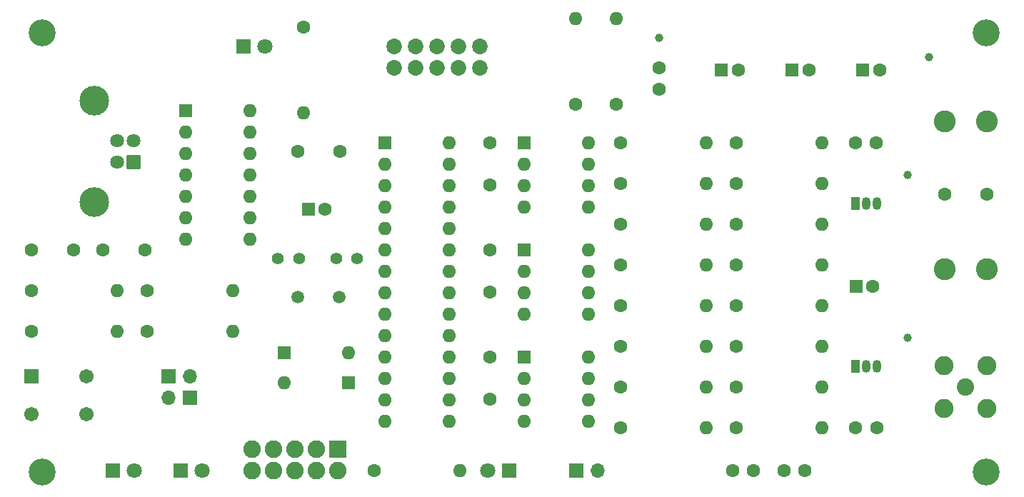
<source format=gbr>
%TF.GenerationSoftware,KiCad,Pcbnew,7.0.10*%
%TF.CreationDate,2026-01-22T15:53:04+01:00*%
%TF.ProjectId,rtty-transmitter,72747479-2d74-4726-916e-736d69747465,rev?*%
%TF.SameCoordinates,Original*%
%TF.FileFunction,Soldermask,Bot*%
%TF.FilePolarity,Negative*%
%FSLAX46Y46*%
G04 Gerber Fmt 4.6, Leading zero omitted, Abs format (unit mm)*
G04 Created by KiCad (PCBNEW 7.0.10) date 2026-01-22 15:53:04*
%MOMM*%
%LPD*%
G01*
G04 APERTURE LIST*
G04 Aperture macros list*
%AMRoundRect*
0 Rectangle with rounded corners*
0 $1 Rounding radius*
0 $2 $3 $4 $5 $6 $7 $8 $9 X,Y pos of 4 corners*
0 Add a 4 corners polygon primitive as box body*
4,1,4,$2,$3,$4,$5,$6,$7,$8,$9,$2,$3,0*
0 Add four circle primitives for the rounded corners*
1,1,$1+$1,$2,$3*
1,1,$1+$1,$4,$5*
1,1,$1+$1,$6,$7*
1,1,$1+$1,$8,$9*
0 Add four rect primitives between the rounded corners*
20,1,$1+$1,$2,$3,$4,$5,0*
20,1,$1+$1,$4,$5,$6,$7,0*
20,1,$1+$1,$6,$7,$8,$9,0*
20,1,$1+$1,$8,$9,$2,$3,0*%
G04 Aperture macros list end*
%ADD10C,1.600000*%
%ADD11O,1.600000X1.600000*%
%ADD12C,1.400000*%
%ADD13R,1.600000X1.600000*%
%ADD14C,3.200000*%
%ADD15C,2.050000*%
%ADD16C,2.250000*%
%ADD17R,1.700000X1.700000*%
%ADD18O,1.700000X1.700000*%
%ADD19C,1.000000*%
%ADD20R,1.050000X1.500000*%
%ADD21O,1.050000X1.500000*%
%ADD22RoundRect,0.102000X-0.714000X0.714000X-0.714000X-0.714000X0.714000X-0.714000X0.714000X0.714000X0*%
%ADD23C,1.632000*%
%ADD24C,3.520000*%
%ADD25RoundRect,0.102000X-0.939800X0.939800X-0.939800X-0.939800X0.939800X-0.939800X0.939800X0.939800X0*%
%ADD26C,2.083600*%
%ADD27R,1.800000X1.800000*%
%ADD28C,1.800000*%
%ADD29RoundRect,0.102000X-0.754000X-0.754000X0.754000X-0.754000X0.754000X0.754000X-0.754000X0.754000X0*%
%ADD30C,1.712000*%
%ADD31C,2.600000*%
%ADD32C,1.854000*%
%ADD33C,1.500000*%
G04 APERTURE END LIST*
D10*
%TO.C,R15*%
X67310000Y-12446000D03*
D11*
X67310000Y-2286000D03*
%TD*%
D12*
%TO.C,C5*%
X32004000Y-30734000D03*
X34504000Y-30734000D03*
%TD*%
D10*
%TO.C,R20*%
X72644000Y-45974000D03*
D11*
X82804000Y-45974000D03*
%TD*%
D10*
%TO.C,C15*%
X85892000Y-55880000D03*
X88392000Y-55880000D03*
%TD*%
D13*
%TO.C,C7*%
X100544600Y-34036000D03*
D10*
X102544600Y-34036000D03*
%TD*%
D13*
%TO.C,D6*%
X40386000Y-45466000D03*
D11*
X32766000Y-45466000D03*
%TD*%
D10*
%TO.C,R9*%
X86360000Y-41148000D03*
D11*
X96520000Y-41148000D03*
%TD*%
D14*
%TO.C,MH4*%
X116000000Y-56000000D03*
%TD*%
D10*
%TO.C,R16*%
X72136000Y-12446000D03*
D11*
X72136000Y-2286000D03*
%TD*%
D13*
%TO.C,C17*%
X101346000Y-8382000D03*
D10*
X103346000Y-8382000D03*
%TD*%
%TO.C,C1*%
X2794000Y-29718000D03*
X7794000Y-29718000D03*
%TD*%
%TO.C,R13*%
X72644000Y-21844000D03*
D11*
X82804000Y-21844000D03*
%TD*%
D10*
%TO.C,C10*%
X116038000Y-23114000D03*
X111038000Y-23114000D03*
%TD*%
D15*
%TO.C,J7*%
X113538000Y-45974000D03*
D16*
X110998000Y-43434000D03*
X110998000Y-48514000D03*
X116078000Y-43434000D03*
X116078000Y-48514000D03*
%TD*%
D10*
%TO.C,R3*%
X16510000Y-34544000D03*
D11*
X26670000Y-34544000D03*
%TD*%
D14*
%TO.C,MH1*%
X4000000Y-4000000D03*
%TD*%
D17*
%TO.C,J6*%
X67330000Y-55880000D03*
D18*
X69870000Y-55880000D03*
%TD*%
D19*
%TO.C,TP1*%
X77216000Y-4572000D03*
%TD*%
D20*
%TO.C,Q1*%
X100457000Y-24236000D03*
D21*
X101727000Y-24236000D03*
X102997000Y-24236000D03*
%TD*%
D10*
%TO.C,R6*%
X43434000Y-55880000D03*
D11*
X53594000Y-55880000D03*
%TD*%
D22*
%TO.C,J1*%
X14910000Y-19270000D03*
D23*
X14910000Y-16770000D03*
X12910000Y-16770000D03*
X12910000Y-19270000D03*
D24*
X10200000Y-12000000D03*
X10200000Y-24040000D03*
%TD*%
D13*
%TO.C,U3*%
X61214000Y-17018000D03*
D11*
X61214000Y-19558000D03*
X61214000Y-22098000D03*
X61214000Y-24638000D03*
X68834000Y-24638000D03*
X68834000Y-22098000D03*
X68834000Y-19558000D03*
X68834000Y-17018000D03*
%TD*%
D10*
%TO.C,R24*%
X86360000Y-26670000D03*
D11*
X96520000Y-26670000D03*
%TD*%
D10*
%TO.C,R4*%
X16510000Y-39356000D03*
D11*
X26670000Y-39356000D03*
%TD*%
D20*
%TO.C,Q2*%
X100457000Y-43540000D03*
D21*
X101727000Y-43540000D03*
X102997000Y-43540000D03*
%TD*%
D10*
%TO.C,R14*%
X72644000Y-26670000D03*
D11*
X82804000Y-26670000D03*
%TD*%
D10*
%TO.C,C8*%
X57150000Y-22018000D03*
X57150000Y-17018000D03*
%TD*%
D25*
%TO.C,J3*%
X39116000Y-53340000D03*
D26*
X39116000Y-55880000D03*
X36576000Y-53340000D03*
X36576000Y-55880000D03*
X34036000Y-53340000D03*
X34036000Y-55880000D03*
X31496000Y-53340000D03*
X31496000Y-55880000D03*
X28956000Y-53340000D03*
X28956000Y-55880000D03*
%TD*%
D10*
%TO.C,C14*%
X57150000Y-29718000D03*
X57150000Y-34718000D03*
%TD*%
%TO.C,R19*%
X72644000Y-41148000D03*
D11*
X82804000Y-41148000D03*
%TD*%
D13*
%TO.C,U2*%
X44704000Y-17018000D03*
D11*
X44704000Y-19558000D03*
X44704000Y-22098000D03*
X44704000Y-24638000D03*
X44704000Y-27178000D03*
X44704000Y-29718000D03*
X44704000Y-32258000D03*
X44704000Y-34798000D03*
X44704000Y-37338000D03*
X44704000Y-39878000D03*
X44704000Y-42418000D03*
X44704000Y-44958000D03*
X44704000Y-47498000D03*
X44704000Y-50038000D03*
X52324000Y-50038000D03*
X52324000Y-47498000D03*
X52324000Y-44958000D03*
X52324000Y-42418000D03*
X52324000Y-39878000D03*
X52324000Y-37338000D03*
X52324000Y-34798000D03*
X52324000Y-32258000D03*
X52324000Y-29718000D03*
X52324000Y-27178000D03*
X52324000Y-24638000D03*
X52324000Y-22098000D03*
X52324000Y-19558000D03*
X52324000Y-17018000D03*
%TD*%
D10*
%TO.C,C19*%
X57150000Y-42418000D03*
X57150000Y-47418000D03*
%TD*%
D13*
%TO.C,D5*%
X32766000Y-41910000D03*
D11*
X40386000Y-41910000D03*
%TD*%
D27*
%TO.C,D4*%
X59436000Y-55880000D03*
D28*
X56896000Y-55880000D03*
%TD*%
D10*
%TO.C,R11*%
X86360000Y-50800000D03*
D11*
X96520000Y-50800000D03*
%TD*%
D27*
%TO.C,D3*%
X27940000Y-5588000D03*
D28*
X30480000Y-5588000D03*
%TD*%
D29*
%TO.C,S1*%
X2794000Y-44704000D03*
D30*
X9294000Y-44704000D03*
X2794000Y-49204000D03*
X9294000Y-49204000D03*
%TD*%
D10*
%TO.C,R5*%
X35052000Y-3302000D03*
D11*
X35052000Y-13462000D03*
%TD*%
D31*
%TO.C,L2*%
X111038000Y-32004000D03*
X116038000Y-32004000D03*
%TD*%
D10*
%TO.C,R21*%
X72644000Y-50800000D03*
D11*
X82804000Y-50800000D03*
%TD*%
D12*
%TO.C,C9*%
X38882000Y-30734000D03*
X41382000Y-30734000D03*
%TD*%
D10*
%TO.C,R8*%
X86360000Y-36322000D03*
D11*
X96520000Y-36322000D03*
%TD*%
D10*
%TO.C,R22*%
X86360000Y-17018000D03*
D11*
X96520000Y-17018000D03*
%TD*%
D14*
%TO.C,MH3*%
X4000000Y-56000000D03*
%TD*%
D31*
%TO.C,L1*%
X111038000Y-14478000D03*
X116038000Y-14478000D03*
%TD*%
D17*
%TO.C,J4*%
X19050000Y-44704000D03*
D18*
X21590000Y-44704000D03*
%TD*%
D10*
%TO.C,C12*%
X100477000Y-50800000D03*
X102977000Y-50800000D03*
%TD*%
D19*
%TO.C,TP3*%
X106680000Y-20828000D03*
%TD*%
%TO.C,TP4*%
X106680000Y-40132000D03*
%TD*%
D13*
%TO.C,U5*%
X61214000Y-42418000D03*
D11*
X61214000Y-44958000D03*
X61214000Y-47498000D03*
X61214000Y-50038000D03*
X68834000Y-50038000D03*
X68834000Y-47498000D03*
X68834000Y-44958000D03*
X68834000Y-42418000D03*
%TD*%
D27*
%TO.C,D2*%
X20454000Y-55880000D03*
D28*
X22994000Y-55880000D03*
%TD*%
D10*
%TO.C,R10*%
X86360000Y-45974000D03*
D11*
X96520000Y-45974000D03*
%TD*%
D13*
%TO.C,U1*%
X21082000Y-13208000D03*
D11*
X21082000Y-15748000D03*
X21082000Y-18288000D03*
X21082000Y-20828000D03*
X21082000Y-23368000D03*
X21082000Y-25908000D03*
X21082000Y-28448000D03*
X28702000Y-28448000D03*
X28702000Y-25908000D03*
X28702000Y-23368000D03*
X28702000Y-20828000D03*
X28702000Y-18288000D03*
X28702000Y-15748000D03*
X28702000Y-13208000D03*
%TD*%
D13*
%TO.C,C3*%
X35600000Y-24892000D03*
D10*
X37600000Y-24892000D03*
%TD*%
%TO.C,C6*%
X100457000Y-17018000D03*
X102957000Y-17018000D03*
%TD*%
%TO.C,C11*%
X77216000Y-10648000D03*
X77216000Y-8148000D03*
%TD*%
D32*
%TO.C,J2*%
X45796200Y-8128000D03*
X45796200Y-5588000D03*
X48336200Y-8128000D03*
X48336200Y-5588000D03*
X50876200Y-8128000D03*
X50876200Y-5588000D03*
X53416200Y-8128000D03*
X53416200Y-5588000D03*
X55956200Y-8128000D03*
X55956200Y-5588000D03*
%TD*%
D13*
%TO.C,C16*%
X92964000Y-8382000D03*
D10*
X94964000Y-8382000D03*
%TD*%
D19*
%TO.C,TP2*%
X109220000Y-6858000D03*
%TD*%
D10*
%TO.C,R17*%
X72644000Y-31496000D03*
D11*
X82804000Y-31496000D03*
%TD*%
D33*
%TO.C,Y1*%
X34380000Y-35306000D03*
X39260000Y-35306000D03*
%TD*%
D10*
%TO.C,C4*%
X34330000Y-18034000D03*
X39330000Y-18034000D03*
%TD*%
%TO.C,R18*%
X72644000Y-36322000D03*
D11*
X82804000Y-36322000D03*
%TD*%
D10*
%TO.C,R1*%
X2794000Y-34544000D03*
D11*
X12954000Y-34544000D03*
%TD*%
D27*
%TO.C,D1*%
X12446000Y-55880000D03*
D28*
X14986000Y-55880000D03*
%TD*%
D10*
%TO.C,C2*%
X11214000Y-29718000D03*
X16214000Y-29718000D03*
%TD*%
%TO.C,R7*%
X86360000Y-31496000D03*
D11*
X96520000Y-31496000D03*
%TD*%
D13*
%TO.C,C13*%
X84582000Y-8382000D03*
D10*
X86582000Y-8382000D03*
%TD*%
D14*
%TO.C,MH2*%
X116000000Y-4000000D03*
%TD*%
D10*
%TO.C,R2*%
X2794000Y-39370000D03*
D11*
X12954000Y-39370000D03*
%TD*%
D17*
%TO.C,J5*%
X21595000Y-47244000D03*
D18*
X19055000Y-47244000D03*
%TD*%
D10*
%TO.C,C18*%
X91988000Y-55880000D03*
X94488000Y-55880000D03*
%TD*%
D13*
%TO.C,U4*%
X61214000Y-29718000D03*
D11*
X61214000Y-32258000D03*
X61214000Y-34798000D03*
X61214000Y-37338000D03*
X68834000Y-37338000D03*
X68834000Y-34798000D03*
X68834000Y-32258000D03*
X68834000Y-29718000D03*
%TD*%
D10*
%TO.C,R23*%
X86360000Y-21844000D03*
D11*
X96520000Y-21844000D03*
%TD*%
D10*
%TO.C,R12*%
X72644000Y-17018000D03*
D11*
X82804000Y-17018000D03*
%TD*%
M02*

</source>
